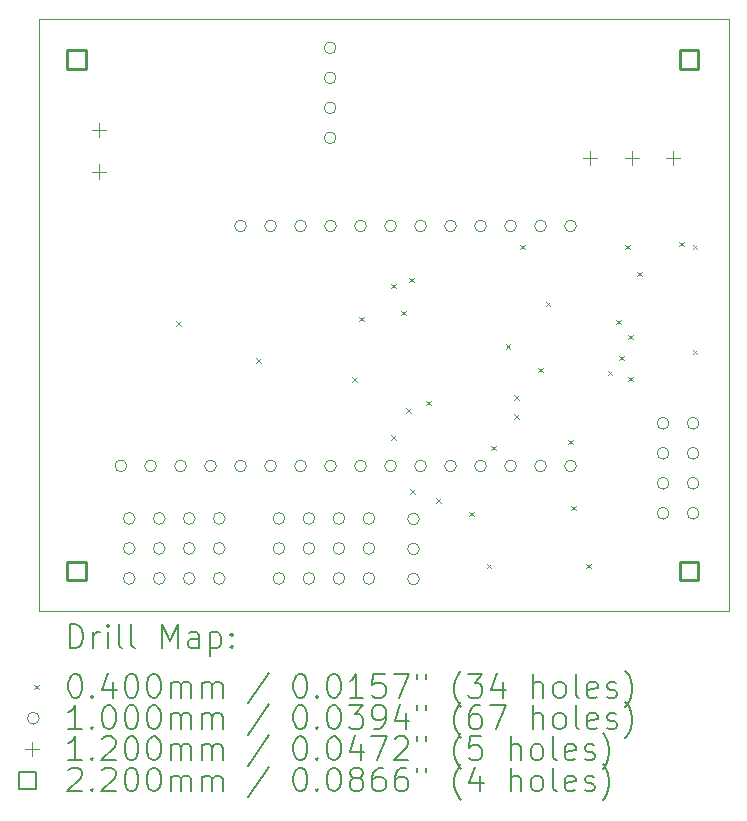
<source format=gbr>
%TF.GenerationSoftware,KiCad,Pcbnew,(6.0.8-1)-1*%
%TF.CreationDate,2022-12-25T14:42:41-06:00*%
%TF.ProjectId,M4_CAN_Feather_Carrier,4d345f43-414e-45f4-9665-61746865725f,rev?*%
%TF.SameCoordinates,Original*%
%TF.FileFunction,Drillmap*%
%TF.FilePolarity,Positive*%
%FSLAX45Y45*%
G04 Gerber Fmt 4.5, Leading zero omitted, Abs format (unit mm)*
G04 Created by KiCad (PCBNEW (6.0.8-1)-1) date 2022-12-25 14:42:41*
%MOMM*%
%LPD*%
G01*
G04 APERTURE LIST*
%ADD10C,0.001000*%
%ADD11C,0.200000*%
%ADD12C,0.040000*%
%ADD13C,0.100000*%
%ADD14C,0.120000*%
%ADD15C,0.220000*%
G04 APERTURE END LIST*
D10*
X8001000Y-6248600D02*
X13843000Y-6248600D01*
X13843000Y-6248600D02*
X13843000Y-11265100D01*
X13843000Y-11265100D02*
X8001000Y-11265100D01*
X8001000Y-11265100D02*
X8001000Y-6248600D01*
D11*
D12*
X9162100Y-8806500D02*
X9202100Y-8846500D01*
X9202100Y-8806500D02*
X9162100Y-8846500D01*
X9840000Y-9120000D02*
X9880000Y-9160000D01*
X9880000Y-9120000D02*
X9840000Y-9160000D01*
X10650000Y-9280000D02*
X10690000Y-9320000D01*
X10690000Y-9280000D02*
X10650000Y-9320000D01*
X10710000Y-8770000D02*
X10750000Y-8810000D01*
X10750000Y-8770000D02*
X10710000Y-8810000D01*
X10978200Y-8489000D02*
X11018200Y-8529000D01*
X11018200Y-8489000D02*
X10978200Y-8529000D01*
X10978200Y-9771700D02*
X11018200Y-9811700D01*
X11018200Y-9771700D02*
X10978200Y-9811700D01*
X11067100Y-8717600D02*
X11107100Y-8757600D01*
X11107100Y-8717600D02*
X11067100Y-8757600D01*
X11105200Y-9543100D02*
X11145200Y-9583100D01*
X11145200Y-9543100D02*
X11105200Y-9583100D01*
X11130600Y-8438200D02*
X11170600Y-8478200D01*
X11170600Y-8438200D02*
X11130600Y-8478200D01*
X11143300Y-10228900D02*
X11183300Y-10268900D01*
X11183300Y-10228900D02*
X11143300Y-10268900D01*
X11280000Y-9480000D02*
X11320000Y-9520000D01*
X11320000Y-9480000D02*
X11280000Y-9520000D01*
X11359200Y-10305100D02*
X11399200Y-10345100D01*
X11399200Y-10305100D02*
X11359200Y-10345100D01*
X11640000Y-10419400D02*
X11680000Y-10459400D01*
X11680000Y-10419400D02*
X11640000Y-10459400D01*
X11790000Y-10860000D02*
X11830000Y-10900000D01*
X11830000Y-10860000D02*
X11790000Y-10900000D01*
X11829100Y-9860600D02*
X11869100Y-9900600D01*
X11869100Y-9860600D02*
X11829100Y-9900600D01*
X11950000Y-9000000D02*
X11990000Y-9040000D01*
X11990000Y-9000000D02*
X11950000Y-9040000D01*
X12019600Y-9432550D02*
X12059600Y-9472550D01*
X12059600Y-9432550D02*
X12019600Y-9472550D01*
X12019600Y-9593900D02*
X12059600Y-9633900D01*
X12059600Y-9593900D02*
X12019600Y-9633900D01*
X12070400Y-8158800D02*
X12110400Y-8198800D01*
X12110400Y-8158800D02*
X12070400Y-8198800D01*
X12222800Y-9200200D02*
X12262800Y-9240200D01*
X12262800Y-9200200D02*
X12222800Y-9240200D01*
X12290050Y-8641400D02*
X12330050Y-8681400D01*
X12330050Y-8641400D02*
X12290050Y-8681400D01*
X12476800Y-9809800D02*
X12516800Y-9849800D01*
X12516800Y-9809800D02*
X12476800Y-9849800D01*
X12506300Y-10368600D02*
X12546300Y-10408600D01*
X12546300Y-10368600D02*
X12506300Y-10408600D01*
X12633300Y-10860000D02*
X12673300Y-10900000D01*
X12673300Y-10860000D02*
X12633300Y-10900000D01*
X12815350Y-9225600D02*
X12855350Y-9265600D01*
X12855350Y-9225600D02*
X12815350Y-9265600D01*
X12883200Y-8793800D02*
X12923200Y-8833800D01*
X12923200Y-8793800D02*
X12883200Y-8833800D01*
X12908600Y-9098600D02*
X12948600Y-9138600D01*
X12948600Y-9098600D02*
X12908600Y-9138600D01*
X12959400Y-8158800D02*
X12999400Y-8198800D01*
X12999400Y-8158800D02*
X12959400Y-8198800D01*
X12984800Y-8920800D02*
X13024800Y-8960800D01*
X13024800Y-8920800D02*
X12984800Y-8960800D01*
X12984800Y-9276400D02*
X13024800Y-9316400D01*
X13024800Y-9276400D02*
X12984800Y-9316400D01*
X13061000Y-8387400D02*
X13101000Y-8427400D01*
X13101000Y-8387400D02*
X13061000Y-8427400D01*
X13416600Y-8133400D02*
X13456600Y-8173400D01*
X13456600Y-8133400D02*
X13416600Y-8173400D01*
X13534600Y-8158800D02*
X13574600Y-8198800D01*
X13574600Y-8158800D02*
X13534600Y-8198800D01*
X13534600Y-9047800D02*
X13574600Y-9087800D01*
X13574600Y-9047800D02*
X13534600Y-9087800D01*
D13*
X8743000Y-10033000D02*
G75*
G03*
X8743000Y-10033000I-50000J0D01*
G01*
X8813000Y-10477500D02*
G75*
G03*
X8813000Y-10477500I-50000J0D01*
G01*
X8813000Y-10731500D02*
G75*
G03*
X8813000Y-10731500I-50000J0D01*
G01*
X8813000Y-10985500D02*
G75*
G03*
X8813000Y-10985500I-50000J0D01*
G01*
X8994000Y-10033000D02*
G75*
G03*
X8994000Y-10033000I-50000J0D01*
G01*
X9067000Y-10477500D02*
G75*
G03*
X9067000Y-10477500I-50000J0D01*
G01*
X9067000Y-10731500D02*
G75*
G03*
X9067000Y-10731500I-50000J0D01*
G01*
X9067000Y-10985500D02*
G75*
G03*
X9067000Y-10985500I-50000J0D01*
G01*
X9248000Y-10033000D02*
G75*
G03*
X9248000Y-10033000I-50000J0D01*
G01*
X9321000Y-10477500D02*
G75*
G03*
X9321000Y-10477500I-50000J0D01*
G01*
X9321000Y-10731500D02*
G75*
G03*
X9321000Y-10731500I-50000J0D01*
G01*
X9321000Y-10985500D02*
G75*
G03*
X9321000Y-10985500I-50000J0D01*
G01*
X9502000Y-10033000D02*
G75*
G03*
X9502000Y-10033000I-50000J0D01*
G01*
X9575000Y-10477500D02*
G75*
G03*
X9575000Y-10477500I-50000J0D01*
G01*
X9575000Y-10731500D02*
G75*
G03*
X9575000Y-10731500I-50000J0D01*
G01*
X9575000Y-10985500D02*
G75*
G03*
X9575000Y-10985500I-50000J0D01*
G01*
X9756000Y-8001000D02*
G75*
G03*
X9756000Y-8001000I-50000J0D01*
G01*
X9756000Y-10033000D02*
G75*
G03*
X9756000Y-10033000I-50000J0D01*
G01*
X10010000Y-8001000D02*
G75*
G03*
X10010000Y-8001000I-50000J0D01*
G01*
X10010000Y-10033000D02*
G75*
G03*
X10010000Y-10033000I-50000J0D01*
G01*
X10081000Y-10477500D02*
G75*
G03*
X10081000Y-10477500I-50000J0D01*
G01*
X10081000Y-10731500D02*
G75*
G03*
X10081000Y-10731500I-50000J0D01*
G01*
X10081000Y-10985500D02*
G75*
G03*
X10081000Y-10985500I-50000J0D01*
G01*
X10264000Y-8001000D02*
G75*
G03*
X10264000Y-8001000I-50000J0D01*
G01*
X10264000Y-10033000D02*
G75*
G03*
X10264000Y-10033000I-50000J0D01*
G01*
X10335000Y-10477500D02*
G75*
G03*
X10335000Y-10477500I-50000J0D01*
G01*
X10335000Y-10731500D02*
G75*
G03*
X10335000Y-10731500I-50000J0D01*
G01*
X10335000Y-10985500D02*
G75*
G03*
X10335000Y-10985500I-50000J0D01*
G01*
X10514800Y-6493600D02*
G75*
G03*
X10514800Y-6493600I-50000J0D01*
G01*
X10514800Y-6747600D02*
G75*
G03*
X10514800Y-6747600I-50000J0D01*
G01*
X10514800Y-7001600D02*
G75*
G03*
X10514800Y-7001600I-50000J0D01*
G01*
X10514800Y-7255600D02*
G75*
G03*
X10514800Y-7255600I-50000J0D01*
G01*
X10518000Y-8001000D02*
G75*
G03*
X10518000Y-8001000I-50000J0D01*
G01*
X10518000Y-10033000D02*
G75*
G03*
X10518000Y-10033000I-50000J0D01*
G01*
X10589000Y-10477500D02*
G75*
G03*
X10589000Y-10477500I-50000J0D01*
G01*
X10589000Y-10731500D02*
G75*
G03*
X10589000Y-10731500I-50000J0D01*
G01*
X10589000Y-10985500D02*
G75*
G03*
X10589000Y-10985500I-50000J0D01*
G01*
X10772000Y-8001000D02*
G75*
G03*
X10772000Y-8001000I-50000J0D01*
G01*
X10772000Y-10033000D02*
G75*
G03*
X10772000Y-10033000I-50000J0D01*
G01*
X10843000Y-10477500D02*
G75*
G03*
X10843000Y-10477500I-50000J0D01*
G01*
X10843000Y-10731500D02*
G75*
G03*
X10843000Y-10731500I-50000J0D01*
G01*
X10843000Y-10985500D02*
G75*
G03*
X10843000Y-10985500I-50000J0D01*
G01*
X11026000Y-8001000D02*
G75*
G03*
X11026000Y-8001000I-50000J0D01*
G01*
X11026000Y-10033000D02*
G75*
G03*
X11026000Y-10033000I-50000J0D01*
G01*
X11220000Y-10482000D02*
G75*
G03*
X11220000Y-10482000I-50000J0D01*
G01*
X11220000Y-10736000D02*
G75*
G03*
X11220000Y-10736000I-50000J0D01*
G01*
X11220000Y-10990000D02*
G75*
G03*
X11220000Y-10990000I-50000J0D01*
G01*
X11280000Y-8001000D02*
G75*
G03*
X11280000Y-8001000I-50000J0D01*
G01*
X11280000Y-10033000D02*
G75*
G03*
X11280000Y-10033000I-50000J0D01*
G01*
X11534000Y-8001000D02*
G75*
G03*
X11534000Y-8001000I-50000J0D01*
G01*
X11534000Y-10033000D02*
G75*
G03*
X11534000Y-10033000I-50000J0D01*
G01*
X11788000Y-8001000D02*
G75*
G03*
X11788000Y-8001000I-50000J0D01*
G01*
X11788000Y-10033000D02*
G75*
G03*
X11788000Y-10033000I-50000J0D01*
G01*
X12042000Y-8001000D02*
G75*
G03*
X12042000Y-8001000I-50000J0D01*
G01*
X12042000Y-10033000D02*
G75*
G03*
X12042000Y-10033000I-50000J0D01*
G01*
X12296000Y-8001000D02*
G75*
G03*
X12296000Y-8001000I-50000J0D01*
G01*
X12296000Y-10033000D02*
G75*
G03*
X12296000Y-10033000I-50000J0D01*
G01*
X12550000Y-8001000D02*
G75*
G03*
X12550000Y-8001000I-50000J0D01*
G01*
X12550000Y-10033000D02*
G75*
G03*
X12550000Y-10033000I-50000J0D01*
G01*
X13333500Y-9672000D02*
G75*
G03*
X13333500Y-9672000I-50000J0D01*
G01*
X13333500Y-9926000D02*
G75*
G03*
X13333500Y-9926000I-50000J0D01*
G01*
X13333500Y-10180000D02*
G75*
G03*
X13333500Y-10180000I-50000J0D01*
G01*
X13333500Y-10434000D02*
G75*
G03*
X13333500Y-10434000I-50000J0D01*
G01*
X13587500Y-9672000D02*
G75*
G03*
X13587500Y-9672000I-50000J0D01*
G01*
X13587500Y-9926000D02*
G75*
G03*
X13587500Y-9926000I-50000J0D01*
G01*
X13587500Y-10180000D02*
G75*
G03*
X13587500Y-10180000I-50000J0D01*
G01*
X13587500Y-10434000D02*
G75*
G03*
X13587500Y-10434000I-50000J0D01*
G01*
D14*
X8509000Y-7131000D02*
X8509000Y-7251000D01*
X8449000Y-7191000D02*
X8569000Y-7191000D01*
X8509000Y-7481000D02*
X8509000Y-7601000D01*
X8449000Y-7541000D02*
X8569000Y-7541000D01*
X12667500Y-7369500D02*
X12667500Y-7489500D01*
X12607500Y-7429500D02*
X12727500Y-7429500D01*
X13017500Y-7369500D02*
X13017500Y-7489500D01*
X12957500Y-7429500D02*
X13077500Y-7429500D01*
X13367500Y-7369500D02*
X13367500Y-7489500D01*
X13307500Y-7429500D02*
X13427500Y-7429500D01*
D15*
X8396283Y-6669082D02*
X8396283Y-6513517D01*
X8240717Y-6513517D01*
X8240717Y-6669082D01*
X8396283Y-6669082D01*
X8396283Y-10999783D02*
X8396283Y-10844218D01*
X8240717Y-10844218D01*
X8240717Y-10999783D01*
X8396283Y-10999783D01*
X13579482Y-6669082D02*
X13579482Y-6513517D01*
X13423917Y-6513517D01*
X13423917Y-6669082D01*
X13579482Y-6669082D01*
X13579482Y-10999783D02*
X13579482Y-10844218D01*
X13423917Y-10844218D01*
X13423917Y-10999783D01*
X13579482Y-10999783D01*
D11*
X8258569Y-11575626D02*
X8258569Y-11375626D01*
X8306188Y-11375626D01*
X8334759Y-11385150D01*
X8353807Y-11404198D01*
X8363331Y-11423245D01*
X8372855Y-11461340D01*
X8372855Y-11489912D01*
X8363331Y-11528007D01*
X8353807Y-11547055D01*
X8334759Y-11566102D01*
X8306188Y-11575626D01*
X8258569Y-11575626D01*
X8458569Y-11575626D02*
X8458569Y-11442293D01*
X8458569Y-11480388D02*
X8468093Y-11461340D01*
X8477617Y-11451817D01*
X8496664Y-11442293D01*
X8515712Y-11442293D01*
X8582379Y-11575626D02*
X8582379Y-11442293D01*
X8582379Y-11375626D02*
X8572855Y-11385150D01*
X8582379Y-11394674D01*
X8591902Y-11385150D01*
X8582379Y-11375626D01*
X8582379Y-11394674D01*
X8706188Y-11575626D02*
X8687140Y-11566102D01*
X8677617Y-11547055D01*
X8677617Y-11375626D01*
X8810950Y-11575626D02*
X8791902Y-11566102D01*
X8782379Y-11547055D01*
X8782379Y-11375626D01*
X9039521Y-11575626D02*
X9039521Y-11375626D01*
X9106188Y-11518483D01*
X9172855Y-11375626D01*
X9172855Y-11575626D01*
X9353807Y-11575626D02*
X9353807Y-11470864D01*
X9344283Y-11451817D01*
X9325236Y-11442293D01*
X9287140Y-11442293D01*
X9268093Y-11451817D01*
X9353807Y-11566102D02*
X9334760Y-11575626D01*
X9287140Y-11575626D01*
X9268093Y-11566102D01*
X9258569Y-11547055D01*
X9258569Y-11528007D01*
X9268093Y-11508959D01*
X9287140Y-11499436D01*
X9334760Y-11499436D01*
X9353807Y-11489912D01*
X9449045Y-11442293D02*
X9449045Y-11642293D01*
X9449045Y-11451817D02*
X9468093Y-11442293D01*
X9506188Y-11442293D01*
X9525236Y-11451817D01*
X9534760Y-11461340D01*
X9544283Y-11480388D01*
X9544283Y-11537531D01*
X9534760Y-11556578D01*
X9525236Y-11566102D01*
X9506188Y-11575626D01*
X9468093Y-11575626D01*
X9449045Y-11566102D01*
X9629998Y-11556578D02*
X9639521Y-11566102D01*
X9629998Y-11575626D01*
X9620474Y-11566102D01*
X9629998Y-11556578D01*
X9629998Y-11575626D01*
X9629998Y-11451817D02*
X9639521Y-11461340D01*
X9629998Y-11470864D01*
X9620474Y-11461340D01*
X9629998Y-11451817D01*
X9629998Y-11470864D01*
D12*
X7960950Y-11885150D02*
X8000950Y-11925150D01*
X8000950Y-11885150D02*
X7960950Y-11925150D01*
D11*
X8296664Y-11795626D02*
X8315712Y-11795626D01*
X8334759Y-11805150D01*
X8344283Y-11814674D01*
X8353807Y-11833721D01*
X8363331Y-11871817D01*
X8363331Y-11919436D01*
X8353807Y-11957531D01*
X8344283Y-11976578D01*
X8334759Y-11986102D01*
X8315712Y-11995626D01*
X8296664Y-11995626D01*
X8277617Y-11986102D01*
X8268093Y-11976578D01*
X8258569Y-11957531D01*
X8249045Y-11919436D01*
X8249045Y-11871817D01*
X8258569Y-11833721D01*
X8268093Y-11814674D01*
X8277617Y-11805150D01*
X8296664Y-11795626D01*
X8449045Y-11976578D02*
X8458569Y-11986102D01*
X8449045Y-11995626D01*
X8439521Y-11986102D01*
X8449045Y-11976578D01*
X8449045Y-11995626D01*
X8629998Y-11862293D02*
X8629998Y-11995626D01*
X8582379Y-11786102D02*
X8534760Y-11928959D01*
X8658569Y-11928959D01*
X8772855Y-11795626D02*
X8791902Y-11795626D01*
X8810950Y-11805150D01*
X8820474Y-11814674D01*
X8829998Y-11833721D01*
X8839521Y-11871817D01*
X8839521Y-11919436D01*
X8829998Y-11957531D01*
X8820474Y-11976578D01*
X8810950Y-11986102D01*
X8791902Y-11995626D01*
X8772855Y-11995626D01*
X8753807Y-11986102D01*
X8744283Y-11976578D01*
X8734760Y-11957531D01*
X8725236Y-11919436D01*
X8725236Y-11871817D01*
X8734760Y-11833721D01*
X8744283Y-11814674D01*
X8753807Y-11805150D01*
X8772855Y-11795626D01*
X8963331Y-11795626D02*
X8982379Y-11795626D01*
X9001426Y-11805150D01*
X9010950Y-11814674D01*
X9020474Y-11833721D01*
X9029998Y-11871817D01*
X9029998Y-11919436D01*
X9020474Y-11957531D01*
X9010950Y-11976578D01*
X9001426Y-11986102D01*
X8982379Y-11995626D01*
X8963331Y-11995626D01*
X8944283Y-11986102D01*
X8934760Y-11976578D01*
X8925236Y-11957531D01*
X8915712Y-11919436D01*
X8915712Y-11871817D01*
X8925236Y-11833721D01*
X8934760Y-11814674D01*
X8944283Y-11805150D01*
X8963331Y-11795626D01*
X9115712Y-11995626D02*
X9115712Y-11862293D01*
X9115712Y-11881340D02*
X9125236Y-11871817D01*
X9144283Y-11862293D01*
X9172855Y-11862293D01*
X9191902Y-11871817D01*
X9201426Y-11890864D01*
X9201426Y-11995626D01*
X9201426Y-11890864D02*
X9210950Y-11871817D01*
X9229998Y-11862293D01*
X9258569Y-11862293D01*
X9277617Y-11871817D01*
X9287140Y-11890864D01*
X9287140Y-11995626D01*
X9382379Y-11995626D02*
X9382379Y-11862293D01*
X9382379Y-11881340D02*
X9391902Y-11871817D01*
X9410950Y-11862293D01*
X9439521Y-11862293D01*
X9458569Y-11871817D01*
X9468093Y-11890864D01*
X9468093Y-11995626D01*
X9468093Y-11890864D02*
X9477617Y-11871817D01*
X9496664Y-11862293D01*
X9525236Y-11862293D01*
X9544283Y-11871817D01*
X9553807Y-11890864D01*
X9553807Y-11995626D01*
X9944283Y-11786102D02*
X9772855Y-12043245D01*
X10201426Y-11795626D02*
X10220474Y-11795626D01*
X10239521Y-11805150D01*
X10249045Y-11814674D01*
X10258569Y-11833721D01*
X10268093Y-11871817D01*
X10268093Y-11919436D01*
X10258569Y-11957531D01*
X10249045Y-11976578D01*
X10239521Y-11986102D01*
X10220474Y-11995626D01*
X10201426Y-11995626D01*
X10182379Y-11986102D01*
X10172855Y-11976578D01*
X10163331Y-11957531D01*
X10153807Y-11919436D01*
X10153807Y-11871817D01*
X10163331Y-11833721D01*
X10172855Y-11814674D01*
X10182379Y-11805150D01*
X10201426Y-11795626D01*
X10353807Y-11976578D02*
X10363331Y-11986102D01*
X10353807Y-11995626D01*
X10344283Y-11986102D01*
X10353807Y-11976578D01*
X10353807Y-11995626D01*
X10487140Y-11795626D02*
X10506188Y-11795626D01*
X10525236Y-11805150D01*
X10534760Y-11814674D01*
X10544283Y-11833721D01*
X10553807Y-11871817D01*
X10553807Y-11919436D01*
X10544283Y-11957531D01*
X10534760Y-11976578D01*
X10525236Y-11986102D01*
X10506188Y-11995626D01*
X10487140Y-11995626D01*
X10468093Y-11986102D01*
X10458569Y-11976578D01*
X10449045Y-11957531D01*
X10439521Y-11919436D01*
X10439521Y-11871817D01*
X10449045Y-11833721D01*
X10458569Y-11814674D01*
X10468093Y-11805150D01*
X10487140Y-11795626D01*
X10744283Y-11995626D02*
X10629998Y-11995626D01*
X10687140Y-11995626D02*
X10687140Y-11795626D01*
X10668093Y-11824198D01*
X10649045Y-11843245D01*
X10629998Y-11852769D01*
X10925236Y-11795626D02*
X10829998Y-11795626D01*
X10820474Y-11890864D01*
X10829998Y-11881340D01*
X10849045Y-11871817D01*
X10896664Y-11871817D01*
X10915712Y-11881340D01*
X10925236Y-11890864D01*
X10934760Y-11909912D01*
X10934760Y-11957531D01*
X10925236Y-11976578D01*
X10915712Y-11986102D01*
X10896664Y-11995626D01*
X10849045Y-11995626D01*
X10829998Y-11986102D01*
X10820474Y-11976578D01*
X11001426Y-11795626D02*
X11134760Y-11795626D01*
X11049045Y-11995626D01*
X11201426Y-11795626D02*
X11201426Y-11833721D01*
X11277617Y-11795626D02*
X11277617Y-11833721D01*
X11572855Y-12071817D02*
X11563331Y-12062293D01*
X11544283Y-12033721D01*
X11534759Y-12014674D01*
X11525236Y-11986102D01*
X11515712Y-11938483D01*
X11515712Y-11900388D01*
X11525236Y-11852769D01*
X11534759Y-11824198D01*
X11544283Y-11805150D01*
X11563331Y-11776578D01*
X11572855Y-11767055D01*
X11629998Y-11795626D02*
X11753807Y-11795626D01*
X11687140Y-11871817D01*
X11715712Y-11871817D01*
X11734759Y-11881340D01*
X11744283Y-11890864D01*
X11753807Y-11909912D01*
X11753807Y-11957531D01*
X11744283Y-11976578D01*
X11734759Y-11986102D01*
X11715712Y-11995626D01*
X11658569Y-11995626D01*
X11639521Y-11986102D01*
X11629998Y-11976578D01*
X11925236Y-11862293D02*
X11925236Y-11995626D01*
X11877617Y-11786102D02*
X11829998Y-11928959D01*
X11953807Y-11928959D01*
X12182378Y-11995626D02*
X12182378Y-11795626D01*
X12268093Y-11995626D02*
X12268093Y-11890864D01*
X12258569Y-11871817D01*
X12239521Y-11862293D01*
X12210950Y-11862293D01*
X12191902Y-11871817D01*
X12182378Y-11881340D01*
X12391902Y-11995626D02*
X12372855Y-11986102D01*
X12363331Y-11976578D01*
X12353807Y-11957531D01*
X12353807Y-11900388D01*
X12363331Y-11881340D01*
X12372855Y-11871817D01*
X12391902Y-11862293D01*
X12420474Y-11862293D01*
X12439521Y-11871817D01*
X12449045Y-11881340D01*
X12458569Y-11900388D01*
X12458569Y-11957531D01*
X12449045Y-11976578D01*
X12439521Y-11986102D01*
X12420474Y-11995626D01*
X12391902Y-11995626D01*
X12572855Y-11995626D02*
X12553807Y-11986102D01*
X12544283Y-11967055D01*
X12544283Y-11795626D01*
X12725236Y-11986102D02*
X12706188Y-11995626D01*
X12668093Y-11995626D01*
X12649045Y-11986102D01*
X12639521Y-11967055D01*
X12639521Y-11890864D01*
X12649045Y-11871817D01*
X12668093Y-11862293D01*
X12706188Y-11862293D01*
X12725236Y-11871817D01*
X12734759Y-11890864D01*
X12734759Y-11909912D01*
X12639521Y-11928959D01*
X12810950Y-11986102D02*
X12829998Y-11995626D01*
X12868093Y-11995626D01*
X12887140Y-11986102D01*
X12896664Y-11967055D01*
X12896664Y-11957531D01*
X12887140Y-11938483D01*
X12868093Y-11928959D01*
X12839521Y-11928959D01*
X12820474Y-11919436D01*
X12810950Y-11900388D01*
X12810950Y-11890864D01*
X12820474Y-11871817D01*
X12839521Y-11862293D01*
X12868093Y-11862293D01*
X12887140Y-11871817D01*
X12963331Y-12071817D02*
X12972855Y-12062293D01*
X12991902Y-12033721D01*
X13001426Y-12014674D01*
X13010950Y-11986102D01*
X13020474Y-11938483D01*
X13020474Y-11900388D01*
X13010950Y-11852769D01*
X13001426Y-11824198D01*
X12991902Y-11805150D01*
X12972855Y-11776578D01*
X12963331Y-11767055D01*
D13*
X8000950Y-12169150D02*
G75*
G03*
X8000950Y-12169150I-50000J0D01*
G01*
D11*
X8363331Y-12259626D02*
X8249045Y-12259626D01*
X8306188Y-12259626D02*
X8306188Y-12059626D01*
X8287140Y-12088198D01*
X8268093Y-12107245D01*
X8249045Y-12116769D01*
X8449045Y-12240578D02*
X8458569Y-12250102D01*
X8449045Y-12259626D01*
X8439521Y-12250102D01*
X8449045Y-12240578D01*
X8449045Y-12259626D01*
X8582379Y-12059626D02*
X8601426Y-12059626D01*
X8620474Y-12069150D01*
X8629998Y-12078674D01*
X8639521Y-12097721D01*
X8649045Y-12135817D01*
X8649045Y-12183436D01*
X8639521Y-12221531D01*
X8629998Y-12240578D01*
X8620474Y-12250102D01*
X8601426Y-12259626D01*
X8582379Y-12259626D01*
X8563331Y-12250102D01*
X8553807Y-12240578D01*
X8544283Y-12221531D01*
X8534760Y-12183436D01*
X8534760Y-12135817D01*
X8544283Y-12097721D01*
X8553807Y-12078674D01*
X8563331Y-12069150D01*
X8582379Y-12059626D01*
X8772855Y-12059626D02*
X8791902Y-12059626D01*
X8810950Y-12069150D01*
X8820474Y-12078674D01*
X8829998Y-12097721D01*
X8839521Y-12135817D01*
X8839521Y-12183436D01*
X8829998Y-12221531D01*
X8820474Y-12240578D01*
X8810950Y-12250102D01*
X8791902Y-12259626D01*
X8772855Y-12259626D01*
X8753807Y-12250102D01*
X8744283Y-12240578D01*
X8734760Y-12221531D01*
X8725236Y-12183436D01*
X8725236Y-12135817D01*
X8734760Y-12097721D01*
X8744283Y-12078674D01*
X8753807Y-12069150D01*
X8772855Y-12059626D01*
X8963331Y-12059626D02*
X8982379Y-12059626D01*
X9001426Y-12069150D01*
X9010950Y-12078674D01*
X9020474Y-12097721D01*
X9029998Y-12135817D01*
X9029998Y-12183436D01*
X9020474Y-12221531D01*
X9010950Y-12240578D01*
X9001426Y-12250102D01*
X8982379Y-12259626D01*
X8963331Y-12259626D01*
X8944283Y-12250102D01*
X8934760Y-12240578D01*
X8925236Y-12221531D01*
X8915712Y-12183436D01*
X8915712Y-12135817D01*
X8925236Y-12097721D01*
X8934760Y-12078674D01*
X8944283Y-12069150D01*
X8963331Y-12059626D01*
X9115712Y-12259626D02*
X9115712Y-12126293D01*
X9115712Y-12145340D02*
X9125236Y-12135817D01*
X9144283Y-12126293D01*
X9172855Y-12126293D01*
X9191902Y-12135817D01*
X9201426Y-12154864D01*
X9201426Y-12259626D01*
X9201426Y-12154864D02*
X9210950Y-12135817D01*
X9229998Y-12126293D01*
X9258569Y-12126293D01*
X9277617Y-12135817D01*
X9287140Y-12154864D01*
X9287140Y-12259626D01*
X9382379Y-12259626D02*
X9382379Y-12126293D01*
X9382379Y-12145340D02*
X9391902Y-12135817D01*
X9410950Y-12126293D01*
X9439521Y-12126293D01*
X9458569Y-12135817D01*
X9468093Y-12154864D01*
X9468093Y-12259626D01*
X9468093Y-12154864D02*
X9477617Y-12135817D01*
X9496664Y-12126293D01*
X9525236Y-12126293D01*
X9544283Y-12135817D01*
X9553807Y-12154864D01*
X9553807Y-12259626D01*
X9944283Y-12050102D02*
X9772855Y-12307245D01*
X10201426Y-12059626D02*
X10220474Y-12059626D01*
X10239521Y-12069150D01*
X10249045Y-12078674D01*
X10258569Y-12097721D01*
X10268093Y-12135817D01*
X10268093Y-12183436D01*
X10258569Y-12221531D01*
X10249045Y-12240578D01*
X10239521Y-12250102D01*
X10220474Y-12259626D01*
X10201426Y-12259626D01*
X10182379Y-12250102D01*
X10172855Y-12240578D01*
X10163331Y-12221531D01*
X10153807Y-12183436D01*
X10153807Y-12135817D01*
X10163331Y-12097721D01*
X10172855Y-12078674D01*
X10182379Y-12069150D01*
X10201426Y-12059626D01*
X10353807Y-12240578D02*
X10363331Y-12250102D01*
X10353807Y-12259626D01*
X10344283Y-12250102D01*
X10353807Y-12240578D01*
X10353807Y-12259626D01*
X10487140Y-12059626D02*
X10506188Y-12059626D01*
X10525236Y-12069150D01*
X10534760Y-12078674D01*
X10544283Y-12097721D01*
X10553807Y-12135817D01*
X10553807Y-12183436D01*
X10544283Y-12221531D01*
X10534760Y-12240578D01*
X10525236Y-12250102D01*
X10506188Y-12259626D01*
X10487140Y-12259626D01*
X10468093Y-12250102D01*
X10458569Y-12240578D01*
X10449045Y-12221531D01*
X10439521Y-12183436D01*
X10439521Y-12135817D01*
X10449045Y-12097721D01*
X10458569Y-12078674D01*
X10468093Y-12069150D01*
X10487140Y-12059626D01*
X10620474Y-12059626D02*
X10744283Y-12059626D01*
X10677617Y-12135817D01*
X10706188Y-12135817D01*
X10725236Y-12145340D01*
X10734760Y-12154864D01*
X10744283Y-12173912D01*
X10744283Y-12221531D01*
X10734760Y-12240578D01*
X10725236Y-12250102D01*
X10706188Y-12259626D01*
X10649045Y-12259626D01*
X10629998Y-12250102D01*
X10620474Y-12240578D01*
X10839521Y-12259626D02*
X10877617Y-12259626D01*
X10896664Y-12250102D01*
X10906188Y-12240578D01*
X10925236Y-12212007D01*
X10934760Y-12173912D01*
X10934760Y-12097721D01*
X10925236Y-12078674D01*
X10915712Y-12069150D01*
X10896664Y-12059626D01*
X10858569Y-12059626D01*
X10839521Y-12069150D01*
X10829998Y-12078674D01*
X10820474Y-12097721D01*
X10820474Y-12145340D01*
X10829998Y-12164388D01*
X10839521Y-12173912D01*
X10858569Y-12183436D01*
X10896664Y-12183436D01*
X10915712Y-12173912D01*
X10925236Y-12164388D01*
X10934760Y-12145340D01*
X11106188Y-12126293D02*
X11106188Y-12259626D01*
X11058569Y-12050102D02*
X11010950Y-12192959D01*
X11134760Y-12192959D01*
X11201426Y-12059626D02*
X11201426Y-12097721D01*
X11277617Y-12059626D02*
X11277617Y-12097721D01*
X11572855Y-12335817D02*
X11563331Y-12326293D01*
X11544283Y-12297721D01*
X11534759Y-12278674D01*
X11525236Y-12250102D01*
X11515712Y-12202483D01*
X11515712Y-12164388D01*
X11525236Y-12116769D01*
X11534759Y-12088198D01*
X11544283Y-12069150D01*
X11563331Y-12040578D01*
X11572855Y-12031055D01*
X11734759Y-12059626D02*
X11696664Y-12059626D01*
X11677617Y-12069150D01*
X11668093Y-12078674D01*
X11649045Y-12107245D01*
X11639521Y-12145340D01*
X11639521Y-12221531D01*
X11649045Y-12240578D01*
X11658569Y-12250102D01*
X11677617Y-12259626D01*
X11715712Y-12259626D01*
X11734759Y-12250102D01*
X11744283Y-12240578D01*
X11753807Y-12221531D01*
X11753807Y-12173912D01*
X11744283Y-12154864D01*
X11734759Y-12145340D01*
X11715712Y-12135817D01*
X11677617Y-12135817D01*
X11658569Y-12145340D01*
X11649045Y-12154864D01*
X11639521Y-12173912D01*
X11820474Y-12059626D02*
X11953807Y-12059626D01*
X11868093Y-12259626D01*
X12182378Y-12259626D02*
X12182378Y-12059626D01*
X12268093Y-12259626D02*
X12268093Y-12154864D01*
X12258569Y-12135817D01*
X12239521Y-12126293D01*
X12210950Y-12126293D01*
X12191902Y-12135817D01*
X12182378Y-12145340D01*
X12391902Y-12259626D02*
X12372855Y-12250102D01*
X12363331Y-12240578D01*
X12353807Y-12221531D01*
X12353807Y-12164388D01*
X12363331Y-12145340D01*
X12372855Y-12135817D01*
X12391902Y-12126293D01*
X12420474Y-12126293D01*
X12439521Y-12135817D01*
X12449045Y-12145340D01*
X12458569Y-12164388D01*
X12458569Y-12221531D01*
X12449045Y-12240578D01*
X12439521Y-12250102D01*
X12420474Y-12259626D01*
X12391902Y-12259626D01*
X12572855Y-12259626D02*
X12553807Y-12250102D01*
X12544283Y-12231055D01*
X12544283Y-12059626D01*
X12725236Y-12250102D02*
X12706188Y-12259626D01*
X12668093Y-12259626D01*
X12649045Y-12250102D01*
X12639521Y-12231055D01*
X12639521Y-12154864D01*
X12649045Y-12135817D01*
X12668093Y-12126293D01*
X12706188Y-12126293D01*
X12725236Y-12135817D01*
X12734759Y-12154864D01*
X12734759Y-12173912D01*
X12639521Y-12192959D01*
X12810950Y-12250102D02*
X12829998Y-12259626D01*
X12868093Y-12259626D01*
X12887140Y-12250102D01*
X12896664Y-12231055D01*
X12896664Y-12221531D01*
X12887140Y-12202483D01*
X12868093Y-12192959D01*
X12839521Y-12192959D01*
X12820474Y-12183436D01*
X12810950Y-12164388D01*
X12810950Y-12154864D01*
X12820474Y-12135817D01*
X12839521Y-12126293D01*
X12868093Y-12126293D01*
X12887140Y-12135817D01*
X12963331Y-12335817D02*
X12972855Y-12326293D01*
X12991902Y-12297721D01*
X13001426Y-12278674D01*
X13010950Y-12250102D01*
X13020474Y-12202483D01*
X13020474Y-12164388D01*
X13010950Y-12116769D01*
X13001426Y-12088198D01*
X12991902Y-12069150D01*
X12972855Y-12040578D01*
X12963331Y-12031055D01*
D14*
X7940950Y-12373150D02*
X7940950Y-12493150D01*
X7880950Y-12433150D02*
X8000950Y-12433150D01*
D11*
X8363331Y-12523626D02*
X8249045Y-12523626D01*
X8306188Y-12523626D02*
X8306188Y-12323626D01*
X8287140Y-12352198D01*
X8268093Y-12371245D01*
X8249045Y-12380769D01*
X8449045Y-12504578D02*
X8458569Y-12514102D01*
X8449045Y-12523626D01*
X8439521Y-12514102D01*
X8449045Y-12504578D01*
X8449045Y-12523626D01*
X8534760Y-12342674D02*
X8544283Y-12333150D01*
X8563331Y-12323626D01*
X8610950Y-12323626D01*
X8629998Y-12333150D01*
X8639521Y-12342674D01*
X8649045Y-12361721D01*
X8649045Y-12380769D01*
X8639521Y-12409340D01*
X8525236Y-12523626D01*
X8649045Y-12523626D01*
X8772855Y-12323626D02*
X8791902Y-12323626D01*
X8810950Y-12333150D01*
X8820474Y-12342674D01*
X8829998Y-12361721D01*
X8839521Y-12399817D01*
X8839521Y-12447436D01*
X8829998Y-12485531D01*
X8820474Y-12504578D01*
X8810950Y-12514102D01*
X8791902Y-12523626D01*
X8772855Y-12523626D01*
X8753807Y-12514102D01*
X8744283Y-12504578D01*
X8734760Y-12485531D01*
X8725236Y-12447436D01*
X8725236Y-12399817D01*
X8734760Y-12361721D01*
X8744283Y-12342674D01*
X8753807Y-12333150D01*
X8772855Y-12323626D01*
X8963331Y-12323626D02*
X8982379Y-12323626D01*
X9001426Y-12333150D01*
X9010950Y-12342674D01*
X9020474Y-12361721D01*
X9029998Y-12399817D01*
X9029998Y-12447436D01*
X9020474Y-12485531D01*
X9010950Y-12504578D01*
X9001426Y-12514102D01*
X8982379Y-12523626D01*
X8963331Y-12523626D01*
X8944283Y-12514102D01*
X8934760Y-12504578D01*
X8925236Y-12485531D01*
X8915712Y-12447436D01*
X8915712Y-12399817D01*
X8925236Y-12361721D01*
X8934760Y-12342674D01*
X8944283Y-12333150D01*
X8963331Y-12323626D01*
X9115712Y-12523626D02*
X9115712Y-12390293D01*
X9115712Y-12409340D02*
X9125236Y-12399817D01*
X9144283Y-12390293D01*
X9172855Y-12390293D01*
X9191902Y-12399817D01*
X9201426Y-12418864D01*
X9201426Y-12523626D01*
X9201426Y-12418864D02*
X9210950Y-12399817D01*
X9229998Y-12390293D01*
X9258569Y-12390293D01*
X9277617Y-12399817D01*
X9287140Y-12418864D01*
X9287140Y-12523626D01*
X9382379Y-12523626D02*
X9382379Y-12390293D01*
X9382379Y-12409340D02*
X9391902Y-12399817D01*
X9410950Y-12390293D01*
X9439521Y-12390293D01*
X9458569Y-12399817D01*
X9468093Y-12418864D01*
X9468093Y-12523626D01*
X9468093Y-12418864D02*
X9477617Y-12399817D01*
X9496664Y-12390293D01*
X9525236Y-12390293D01*
X9544283Y-12399817D01*
X9553807Y-12418864D01*
X9553807Y-12523626D01*
X9944283Y-12314102D02*
X9772855Y-12571245D01*
X10201426Y-12323626D02*
X10220474Y-12323626D01*
X10239521Y-12333150D01*
X10249045Y-12342674D01*
X10258569Y-12361721D01*
X10268093Y-12399817D01*
X10268093Y-12447436D01*
X10258569Y-12485531D01*
X10249045Y-12504578D01*
X10239521Y-12514102D01*
X10220474Y-12523626D01*
X10201426Y-12523626D01*
X10182379Y-12514102D01*
X10172855Y-12504578D01*
X10163331Y-12485531D01*
X10153807Y-12447436D01*
X10153807Y-12399817D01*
X10163331Y-12361721D01*
X10172855Y-12342674D01*
X10182379Y-12333150D01*
X10201426Y-12323626D01*
X10353807Y-12504578D02*
X10363331Y-12514102D01*
X10353807Y-12523626D01*
X10344283Y-12514102D01*
X10353807Y-12504578D01*
X10353807Y-12523626D01*
X10487140Y-12323626D02*
X10506188Y-12323626D01*
X10525236Y-12333150D01*
X10534760Y-12342674D01*
X10544283Y-12361721D01*
X10553807Y-12399817D01*
X10553807Y-12447436D01*
X10544283Y-12485531D01*
X10534760Y-12504578D01*
X10525236Y-12514102D01*
X10506188Y-12523626D01*
X10487140Y-12523626D01*
X10468093Y-12514102D01*
X10458569Y-12504578D01*
X10449045Y-12485531D01*
X10439521Y-12447436D01*
X10439521Y-12399817D01*
X10449045Y-12361721D01*
X10458569Y-12342674D01*
X10468093Y-12333150D01*
X10487140Y-12323626D01*
X10725236Y-12390293D02*
X10725236Y-12523626D01*
X10677617Y-12314102D02*
X10629998Y-12456959D01*
X10753807Y-12456959D01*
X10810950Y-12323626D02*
X10944283Y-12323626D01*
X10858569Y-12523626D01*
X11010950Y-12342674D02*
X11020474Y-12333150D01*
X11039521Y-12323626D01*
X11087140Y-12323626D01*
X11106188Y-12333150D01*
X11115712Y-12342674D01*
X11125236Y-12361721D01*
X11125236Y-12380769D01*
X11115712Y-12409340D01*
X11001426Y-12523626D01*
X11125236Y-12523626D01*
X11201426Y-12323626D02*
X11201426Y-12361721D01*
X11277617Y-12323626D02*
X11277617Y-12361721D01*
X11572855Y-12599817D02*
X11563331Y-12590293D01*
X11544283Y-12561721D01*
X11534759Y-12542674D01*
X11525236Y-12514102D01*
X11515712Y-12466483D01*
X11515712Y-12428388D01*
X11525236Y-12380769D01*
X11534759Y-12352198D01*
X11544283Y-12333150D01*
X11563331Y-12304578D01*
X11572855Y-12295055D01*
X11744283Y-12323626D02*
X11649045Y-12323626D01*
X11639521Y-12418864D01*
X11649045Y-12409340D01*
X11668093Y-12399817D01*
X11715712Y-12399817D01*
X11734759Y-12409340D01*
X11744283Y-12418864D01*
X11753807Y-12437912D01*
X11753807Y-12485531D01*
X11744283Y-12504578D01*
X11734759Y-12514102D01*
X11715712Y-12523626D01*
X11668093Y-12523626D01*
X11649045Y-12514102D01*
X11639521Y-12504578D01*
X11991902Y-12523626D02*
X11991902Y-12323626D01*
X12077617Y-12523626D02*
X12077617Y-12418864D01*
X12068093Y-12399817D01*
X12049045Y-12390293D01*
X12020474Y-12390293D01*
X12001426Y-12399817D01*
X11991902Y-12409340D01*
X12201426Y-12523626D02*
X12182378Y-12514102D01*
X12172855Y-12504578D01*
X12163331Y-12485531D01*
X12163331Y-12428388D01*
X12172855Y-12409340D01*
X12182378Y-12399817D01*
X12201426Y-12390293D01*
X12229998Y-12390293D01*
X12249045Y-12399817D01*
X12258569Y-12409340D01*
X12268093Y-12428388D01*
X12268093Y-12485531D01*
X12258569Y-12504578D01*
X12249045Y-12514102D01*
X12229998Y-12523626D01*
X12201426Y-12523626D01*
X12382378Y-12523626D02*
X12363331Y-12514102D01*
X12353807Y-12495055D01*
X12353807Y-12323626D01*
X12534759Y-12514102D02*
X12515712Y-12523626D01*
X12477617Y-12523626D01*
X12458569Y-12514102D01*
X12449045Y-12495055D01*
X12449045Y-12418864D01*
X12458569Y-12399817D01*
X12477617Y-12390293D01*
X12515712Y-12390293D01*
X12534759Y-12399817D01*
X12544283Y-12418864D01*
X12544283Y-12437912D01*
X12449045Y-12456959D01*
X12620474Y-12514102D02*
X12639521Y-12523626D01*
X12677617Y-12523626D01*
X12696664Y-12514102D01*
X12706188Y-12495055D01*
X12706188Y-12485531D01*
X12696664Y-12466483D01*
X12677617Y-12456959D01*
X12649045Y-12456959D01*
X12629998Y-12447436D01*
X12620474Y-12428388D01*
X12620474Y-12418864D01*
X12629998Y-12399817D01*
X12649045Y-12390293D01*
X12677617Y-12390293D01*
X12696664Y-12399817D01*
X12772855Y-12599817D02*
X12782378Y-12590293D01*
X12801426Y-12561721D01*
X12810950Y-12542674D01*
X12820474Y-12514102D01*
X12829998Y-12466483D01*
X12829998Y-12428388D01*
X12820474Y-12380769D01*
X12810950Y-12352198D01*
X12801426Y-12333150D01*
X12782378Y-12304578D01*
X12772855Y-12295055D01*
X7971661Y-12767861D02*
X7971661Y-12626439D01*
X7830239Y-12626439D01*
X7830239Y-12767861D01*
X7971661Y-12767861D01*
X8249045Y-12606674D02*
X8258569Y-12597150D01*
X8277617Y-12587626D01*
X8325236Y-12587626D01*
X8344283Y-12597150D01*
X8353807Y-12606674D01*
X8363331Y-12625721D01*
X8363331Y-12644769D01*
X8353807Y-12673340D01*
X8239521Y-12787626D01*
X8363331Y-12787626D01*
X8449045Y-12768578D02*
X8458569Y-12778102D01*
X8449045Y-12787626D01*
X8439521Y-12778102D01*
X8449045Y-12768578D01*
X8449045Y-12787626D01*
X8534760Y-12606674D02*
X8544283Y-12597150D01*
X8563331Y-12587626D01*
X8610950Y-12587626D01*
X8629998Y-12597150D01*
X8639521Y-12606674D01*
X8649045Y-12625721D01*
X8649045Y-12644769D01*
X8639521Y-12673340D01*
X8525236Y-12787626D01*
X8649045Y-12787626D01*
X8772855Y-12587626D02*
X8791902Y-12587626D01*
X8810950Y-12597150D01*
X8820474Y-12606674D01*
X8829998Y-12625721D01*
X8839521Y-12663817D01*
X8839521Y-12711436D01*
X8829998Y-12749531D01*
X8820474Y-12768578D01*
X8810950Y-12778102D01*
X8791902Y-12787626D01*
X8772855Y-12787626D01*
X8753807Y-12778102D01*
X8744283Y-12768578D01*
X8734760Y-12749531D01*
X8725236Y-12711436D01*
X8725236Y-12663817D01*
X8734760Y-12625721D01*
X8744283Y-12606674D01*
X8753807Y-12597150D01*
X8772855Y-12587626D01*
X8963331Y-12587626D02*
X8982379Y-12587626D01*
X9001426Y-12597150D01*
X9010950Y-12606674D01*
X9020474Y-12625721D01*
X9029998Y-12663817D01*
X9029998Y-12711436D01*
X9020474Y-12749531D01*
X9010950Y-12768578D01*
X9001426Y-12778102D01*
X8982379Y-12787626D01*
X8963331Y-12787626D01*
X8944283Y-12778102D01*
X8934760Y-12768578D01*
X8925236Y-12749531D01*
X8915712Y-12711436D01*
X8915712Y-12663817D01*
X8925236Y-12625721D01*
X8934760Y-12606674D01*
X8944283Y-12597150D01*
X8963331Y-12587626D01*
X9115712Y-12787626D02*
X9115712Y-12654293D01*
X9115712Y-12673340D02*
X9125236Y-12663817D01*
X9144283Y-12654293D01*
X9172855Y-12654293D01*
X9191902Y-12663817D01*
X9201426Y-12682864D01*
X9201426Y-12787626D01*
X9201426Y-12682864D02*
X9210950Y-12663817D01*
X9229998Y-12654293D01*
X9258569Y-12654293D01*
X9277617Y-12663817D01*
X9287140Y-12682864D01*
X9287140Y-12787626D01*
X9382379Y-12787626D02*
X9382379Y-12654293D01*
X9382379Y-12673340D02*
X9391902Y-12663817D01*
X9410950Y-12654293D01*
X9439521Y-12654293D01*
X9458569Y-12663817D01*
X9468093Y-12682864D01*
X9468093Y-12787626D01*
X9468093Y-12682864D02*
X9477617Y-12663817D01*
X9496664Y-12654293D01*
X9525236Y-12654293D01*
X9544283Y-12663817D01*
X9553807Y-12682864D01*
X9553807Y-12787626D01*
X9944283Y-12578102D02*
X9772855Y-12835245D01*
X10201426Y-12587626D02*
X10220474Y-12587626D01*
X10239521Y-12597150D01*
X10249045Y-12606674D01*
X10258569Y-12625721D01*
X10268093Y-12663817D01*
X10268093Y-12711436D01*
X10258569Y-12749531D01*
X10249045Y-12768578D01*
X10239521Y-12778102D01*
X10220474Y-12787626D01*
X10201426Y-12787626D01*
X10182379Y-12778102D01*
X10172855Y-12768578D01*
X10163331Y-12749531D01*
X10153807Y-12711436D01*
X10153807Y-12663817D01*
X10163331Y-12625721D01*
X10172855Y-12606674D01*
X10182379Y-12597150D01*
X10201426Y-12587626D01*
X10353807Y-12768578D02*
X10363331Y-12778102D01*
X10353807Y-12787626D01*
X10344283Y-12778102D01*
X10353807Y-12768578D01*
X10353807Y-12787626D01*
X10487140Y-12587626D02*
X10506188Y-12587626D01*
X10525236Y-12597150D01*
X10534760Y-12606674D01*
X10544283Y-12625721D01*
X10553807Y-12663817D01*
X10553807Y-12711436D01*
X10544283Y-12749531D01*
X10534760Y-12768578D01*
X10525236Y-12778102D01*
X10506188Y-12787626D01*
X10487140Y-12787626D01*
X10468093Y-12778102D01*
X10458569Y-12768578D01*
X10449045Y-12749531D01*
X10439521Y-12711436D01*
X10439521Y-12663817D01*
X10449045Y-12625721D01*
X10458569Y-12606674D01*
X10468093Y-12597150D01*
X10487140Y-12587626D01*
X10668093Y-12673340D02*
X10649045Y-12663817D01*
X10639521Y-12654293D01*
X10629998Y-12635245D01*
X10629998Y-12625721D01*
X10639521Y-12606674D01*
X10649045Y-12597150D01*
X10668093Y-12587626D01*
X10706188Y-12587626D01*
X10725236Y-12597150D01*
X10734760Y-12606674D01*
X10744283Y-12625721D01*
X10744283Y-12635245D01*
X10734760Y-12654293D01*
X10725236Y-12663817D01*
X10706188Y-12673340D01*
X10668093Y-12673340D01*
X10649045Y-12682864D01*
X10639521Y-12692388D01*
X10629998Y-12711436D01*
X10629998Y-12749531D01*
X10639521Y-12768578D01*
X10649045Y-12778102D01*
X10668093Y-12787626D01*
X10706188Y-12787626D01*
X10725236Y-12778102D01*
X10734760Y-12768578D01*
X10744283Y-12749531D01*
X10744283Y-12711436D01*
X10734760Y-12692388D01*
X10725236Y-12682864D01*
X10706188Y-12673340D01*
X10915712Y-12587626D02*
X10877617Y-12587626D01*
X10858569Y-12597150D01*
X10849045Y-12606674D01*
X10829998Y-12635245D01*
X10820474Y-12673340D01*
X10820474Y-12749531D01*
X10829998Y-12768578D01*
X10839521Y-12778102D01*
X10858569Y-12787626D01*
X10896664Y-12787626D01*
X10915712Y-12778102D01*
X10925236Y-12768578D01*
X10934760Y-12749531D01*
X10934760Y-12701912D01*
X10925236Y-12682864D01*
X10915712Y-12673340D01*
X10896664Y-12663817D01*
X10858569Y-12663817D01*
X10839521Y-12673340D01*
X10829998Y-12682864D01*
X10820474Y-12701912D01*
X11106188Y-12587626D02*
X11068093Y-12587626D01*
X11049045Y-12597150D01*
X11039521Y-12606674D01*
X11020474Y-12635245D01*
X11010950Y-12673340D01*
X11010950Y-12749531D01*
X11020474Y-12768578D01*
X11029998Y-12778102D01*
X11049045Y-12787626D01*
X11087140Y-12787626D01*
X11106188Y-12778102D01*
X11115712Y-12768578D01*
X11125236Y-12749531D01*
X11125236Y-12701912D01*
X11115712Y-12682864D01*
X11106188Y-12673340D01*
X11087140Y-12663817D01*
X11049045Y-12663817D01*
X11029998Y-12673340D01*
X11020474Y-12682864D01*
X11010950Y-12701912D01*
X11201426Y-12587626D02*
X11201426Y-12625721D01*
X11277617Y-12587626D02*
X11277617Y-12625721D01*
X11572855Y-12863817D02*
X11563331Y-12854293D01*
X11544283Y-12825721D01*
X11534759Y-12806674D01*
X11525236Y-12778102D01*
X11515712Y-12730483D01*
X11515712Y-12692388D01*
X11525236Y-12644769D01*
X11534759Y-12616198D01*
X11544283Y-12597150D01*
X11563331Y-12568578D01*
X11572855Y-12559055D01*
X11734759Y-12654293D02*
X11734759Y-12787626D01*
X11687140Y-12578102D02*
X11639521Y-12720959D01*
X11763331Y-12720959D01*
X11991902Y-12787626D02*
X11991902Y-12587626D01*
X12077617Y-12787626D02*
X12077617Y-12682864D01*
X12068093Y-12663817D01*
X12049045Y-12654293D01*
X12020474Y-12654293D01*
X12001426Y-12663817D01*
X11991902Y-12673340D01*
X12201426Y-12787626D02*
X12182378Y-12778102D01*
X12172855Y-12768578D01*
X12163331Y-12749531D01*
X12163331Y-12692388D01*
X12172855Y-12673340D01*
X12182378Y-12663817D01*
X12201426Y-12654293D01*
X12229998Y-12654293D01*
X12249045Y-12663817D01*
X12258569Y-12673340D01*
X12268093Y-12692388D01*
X12268093Y-12749531D01*
X12258569Y-12768578D01*
X12249045Y-12778102D01*
X12229998Y-12787626D01*
X12201426Y-12787626D01*
X12382378Y-12787626D02*
X12363331Y-12778102D01*
X12353807Y-12759055D01*
X12353807Y-12587626D01*
X12534759Y-12778102D02*
X12515712Y-12787626D01*
X12477617Y-12787626D01*
X12458569Y-12778102D01*
X12449045Y-12759055D01*
X12449045Y-12682864D01*
X12458569Y-12663817D01*
X12477617Y-12654293D01*
X12515712Y-12654293D01*
X12534759Y-12663817D01*
X12544283Y-12682864D01*
X12544283Y-12701912D01*
X12449045Y-12720959D01*
X12620474Y-12778102D02*
X12639521Y-12787626D01*
X12677617Y-12787626D01*
X12696664Y-12778102D01*
X12706188Y-12759055D01*
X12706188Y-12749531D01*
X12696664Y-12730483D01*
X12677617Y-12720959D01*
X12649045Y-12720959D01*
X12629998Y-12711436D01*
X12620474Y-12692388D01*
X12620474Y-12682864D01*
X12629998Y-12663817D01*
X12649045Y-12654293D01*
X12677617Y-12654293D01*
X12696664Y-12663817D01*
X12772855Y-12863817D02*
X12782378Y-12854293D01*
X12801426Y-12825721D01*
X12810950Y-12806674D01*
X12820474Y-12778102D01*
X12829998Y-12730483D01*
X12829998Y-12692388D01*
X12820474Y-12644769D01*
X12810950Y-12616198D01*
X12801426Y-12597150D01*
X12782378Y-12568578D01*
X12772855Y-12559055D01*
M02*

</source>
